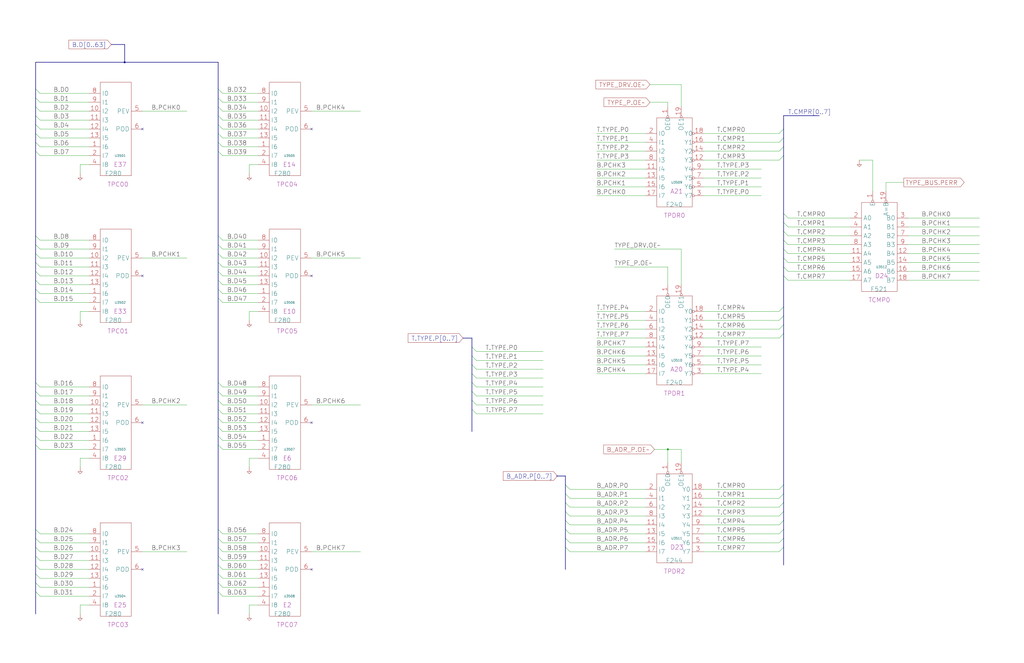
<source format=kicad_sch>
(kicad_sch (version 20250114) (generator "eeschema") (generator_version "9.0")
  (paper "User" 584.2 378.46)
  (title_block (title "TYPE DRIVERS AND RECEIVERS\\nPARITY") (date "15-MAR-90") (rev "1.0") (comment 1 "TYPE") (comment 2 "232-003062") (comment 3 "S400") (comment 4 "RELEASED"))
  (lib_symbols
    (symbol "r1000:F240" (pin_names (offset 1.016))
      (property "Reference" "U" (at 2.54 5.08 0))
      (property "Value" "F240" (at -3.81 -7.62 0))
      (property "Location" "___" (at -1.27 0 0))
      (property "Name" "______" (at 1.27 -15.24 0))
      (symbol "F240_1_1"
        (rectangle (start -8.89 41.91) (end 11.43 -8.89))
        (circle (center -2.54 42.545) (radius 0.635))
        (circle (center 5.08 42.545) (radius 0.635))
        (circle (center 12.065 33.02) (radius 0.635))
        (circle (center 12.065 27.94) (radius 0.635))
        (circle (center 12.065 22.86) (radius 0.635))
        (circle (center 12.065 17.78) (radius 0.635))
        (circle (center 12.065 12.7) (radius 0.635))
        (circle (center 12.065 7.62) (radius 0.635))
        (circle (center 12.065 2.54) (radius 0.635))
        (circle (center 12.065 -2.54) (radius 0.635))
        (pin input line (at -15.24 33.02 0) (length 6.35) (name "I0") (number "2"))
        (pin input line (at -15.24 27.94 0) (length 6.35) (name "I1") (number "4"))
        (pin input line (at -15.24 22.86 0) (length 6.35) (name "I2") (number "6"))
        (pin input line (at -15.24 17.78 0) (length 6.35) (name "I3") (number "8"))
        (pin input line (at -15.24 12.7 0) (length 6.35) (name "I4") (number "11"))
        (pin input line (at -15.24 7.62 0) (length 6.35) (name "I5") (number "13"))
        (pin input line (at -15.24 2.54 0) (length 6.35) (name "I6") (number "15"))
        (pin input line (at -15.24 -2.54 0) (length 6.35) (name "I7") (number "17"))
        (pin input line (at -2.54 48.26 270) (length 5.08) (name "OE0") (number "1"))
        (pin input line (at 5.08 48.26 270) (length 5.08) (name "OE1") (number "19"))
        (pin tri_state line (at 17.78 33.02 180) (length 5.08) (name "Y0") (number "18"))
        (pin tri_state line (at 17.78 27.94 180) (length 5.08) (name "Y1") (number "16"))
        (pin tri_state line (at 17.78 22.86 180) (length 5.08) (name "Y2") (number "14"))
        (pin tri_state line (at 17.78 17.78 180) (length 5.08) (name "Y3") (number "12"))
        (pin tri_state line (at 17.78 12.7 180) (length 5.08) (name "Y4") (number "9"))
        (pin tri_state line (at 17.78 7.62 180) (length 5.08) (name "Y5") (number "7"))
        (pin tri_state line (at 17.78 2.54 180) (length 5.08) (name "Y6") (number "5"))
        (pin tri_state line (at 17.78 -2.54 180) (length 5.08) (name "Y7") (number "3"))
      )
    )
    (symbol "r1000:F244" (pin_names (offset 1.016))
      (property "Reference" "U" (at 2.54 5.08 0))
      (property "Value" "F244" (at -3.81 -7.62 0))
      (property "Location" "___" (at -1.27 0 0))
      (property "Name" "______" (at 1.27 -15.24 0))
      (symbol "F244_1_1"
        (rectangle (start -8.89 41.91) (end 11.43 -8.89))
        (circle (center -2.54 42.545) (radius 0.635))
        (circle (center 5.08 42.545) (radius 0.635))
        (pin input line (at -15.24 33.02 0) (length 6.35) (name "I0") (number "2"))
        (pin input line (at -15.24 27.94 0) (length 6.35) (name "I1") (number "4"))
        (pin input line (at -15.24 22.86 0) (length 6.35) (name "I2") (number "6"))
        (pin input line (at -15.24 17.78 0) (length 6.35) (name "I3") (number "8"))
        (pin input line (at -15.24 12.7 0) (length 6.35) (name "I4") (number "11"))
        (pin input line (at -15.24 7.62 0) (length 6.35) (name "I5") (number "13"))
        (pin input line (at -15.24 2.54 0) (length 6.35) (name "I6") (number "15"))
        (pin input line (at -15.24 -2.54 0) (length 6.35) (name "I7") (number "17"))
        (pin input line (at -2.54 48.26 270) (length 5.08) (name "OE0") (number "1"))
        (pin input line (at 5.08 48.26 270) (length 5.08) (name "OE1") (number "19"))
        (pin tri_state line (at 17.78 33.02 180) (length 6.35) (name "Y0") (number "18"))
        (pin tri_state line (at 17.78 27.94 180) (length 6.35) (name "Y1") (number "16"))
        (pin tri_state line (at 17.78 22.86 180) (length 6.35) (name "Y2") (number "14"))
        (pin tri_state line (at 17.78 17.78 180) (length 6.35) (name "Y3") (number "12"))
        (pin tri_state line (at 17.78 12.7 180) (length 6.35) (name "Y4") (number "9"))
        (pin tri_state line (at 17.78 7.62 180) (length 6.35) (name "Y5") (number "7"))
        (pin tri_state line (at 17.78 2.54 180) (length 6.35) (name "Y6") (number "5"))
        (pin tri_state line (at 17.78 -2.54 180) (length 6.35) (name "Y7") (number "3"))
      )
    )
    (symbol "r1000:F280" (pin_names (offset 1.016))
      (property "Reference" "U" (at 2.54 5.08 0))
      (property "Value" "F280" (at -6.35 -5.08 0))
      (property "Location" "___" (at -1.27 0 0))
      (property "Name" "______" (at 1.27 -12.7 0))
      (symbol "F280_1_1"
        (rectangle (start -8.89 46.99) (end 8.89 -6.35))
        (pin input line (at -15.24 40.64 0) (length 6.35) (name "I0") (number "8"))
        (pin input line (at -15.24 35.56 0) (length 6.35) (name "I1") (number "9"))
        (pin input line (at -15.24 30.48 0) (length 6.35) (name "I2") (number "10"))
        (pin input line (at -15.24 25.4 0) (length 6.35) (name "I3") (number "11"))
        (pin input line (at -15.24 20.32 0) (length 6.35) (name "I4") (number "12"))
        (pin input line (at -15.24 15.24 0) (length 6.35) (name "I5") (number "13"))
        (pin input line (at -15.24 10.16 0) (length 6.35) (name "I6") (number "1"))
        (pin input line (at -15.24 5.08 0) (length 6.35) (name "I7") (number "2"))
        (pin input line (at -15.24 0 0) (length 6.35) (name "I8") (number "4"))
        (pin output line (at 15.24 30.48 180) (length 6.35) (name "PEV") (number "5"))
        (pin output line (at 15.24 20.32 180) (length 6.35) (name "POD") (number "6"))
      )
    )
    (symbol "r1000:F521" (pin_names (offset 1.016))
      (property "Reference" "U" (at 2.54 5.08 0))
      (property "Value" "F521" (at -3.81 -7.62 0))
      (property "Location" "___" (at -1.27 0 0))
      (property "Name" "______" (at 1.27 -15.24 0))
      (symbol "F521_1_1"
        (rectangle (start -8.89 41.91) (end 11.43 -8.89))
        (circle (center -2.54 42.545) (radius 0.635))
        (circle (center 5.08 42.545) (radius 0.635))
        (pin input line (at -15.24 33.02 0) (length 6.35) (name "A0") (number "2"))
        (pin input line (at -15.24 27.94 0) (length 6.35) (name "A1") (number "4"))
        (pin input line (at -15.24 22.86 0) (length 6.35) (name "A2") (number "6"))
        (pin input line (at -15.24 17.78 0) (length 6.35) (name "A3") (number "8"))
        (pin input line (at -15.24 12.7 0) (length 6.35) (name "A4") (number "11"))
        (pin input line (at -15.24 7.62 0) (length 6.35) (name "A5") (number "13"))
        (pin input line (at -15.24 2.54 0) (length 6.35) (name "A6") (number "15"))
        (pin input line (at -15.24 -2.54 0) (length 6.35) (name "A7") (number "17"))
        (pin input line (at -2.54 48.26 270) (length 5.08) (name "E") (number "1"))
        (pin output line (at 5.08 48.26 270) (length 5.08) (name "A=B") (number "19"))
        (pin input line (at 17.78 33.02 180) (length 6.35) (name "B0") (number "3"))
        (pin input line (at 17.78 27.94 180) (length 6.35) (name "B1") (number "5"))
        (pin input line (at 17.78 22.86 180) (length 6.35) (name "B2") (number "7"))
        (pin input line (at 17.78 17.78 180) (length 6.35) (name "B3") (number "9"))
        (pin input line (at 17.78 12.7 180) (length 6.35) (name "B4") (number "12"))
        (pin input line (at 17.78 7.62 180) (length 6.35) (name "B5") (number "14"))
        (pin input line (at 17.78 2.54 180) (length 6.35) (name "B6") (number "16"))
        (pin input line (at 17.78 -2.54 180) (length 6.35) (name "B7") (number "18"))
      )
    )
    (symbol "r1000:PD" (power) (pin_numbers (hide yes)) (pin_names (hide yes)) (in_bom no)
      (symbol "PD_0_1"
        (polyline (pts (xy 0 -2.54) (xy 1.27 -2.54) (xy 0 -3.81) (xy -1.27 -2.54) (xy 0 -2.54)) (stroke (width 0.1524)))
      )
      (symbol "PD_1_1"
        (pin power_in line (at 0 0 270) (length 2.54) (name "PD") (number "1"))
      )
    )
  )
  (junction (at 381 256.54))
  (junction (at 71.12 35.56))
  (no_connect (at 81.28 325.12))
  (no_connect (at 81.28 241.3))
  (no_connect (at 177.8 325.12))
  (no_connect (at 81.28 157.48))
  (no_connect (at 177.8 241.3))
  (no_connect (at 177.8 73.66))
  (no_connect (at 81.28 73.66))
  (no_connect (at 177.8 157.48))
  (bus_entry (at 447.04 281.94) (size -2.54 2.54))
  (bus_entry (at 20.32 50.8) (size 2.54 2.54))
  (bus_entry (at 20.32 233.68) (size 2.54 2.54))
  (bus_entry (at 124.46 81.28) (size 2.54 2.54))
  (bus_entry (at 447.04 88.9) (size -2.54 2.54))
  (bus_entry (at 447.04 180.34) (size -2.54 2.54))
  (bus_entry (at 447.04 175.26) (size -2.54 2.54))
  (bus_entry (at 20.32 223.52) (size 2.54 2.54))
  (bus_entry (at 269.24 223.52) (size 2.54 2.54))
  (bus_entry (at 124.46 312.42) (size 2.54 2.54))
  (bus_entry (at 447.04 297.18) (size -2.54 2.54))
  (bus_entry (at 269.24 198.12) (size 2.54 2.54))
  (bus_entry (at 20.32 243.84) (size 2.54 2.54))
  (bus_entry (at 124.46 160.02) (size 2.54 2.54))
  (bus_entry (at 124.46 248.92) (size 2.54 2.54))
  (bus_entry (at 322.58 292.1) (size 2.54 2.54))
  (bus_entry (at 124.46 170.18) (size 2.54 2.54))
  (bus_entry (at 20.32 254) (size 2.54 2.54))
  (bus_entry (at 20.32 81.28) (size 2.54 2.54))
  (bus_entry (at 20.32 248.92) (size 2.54 2.54))
  (bus_entry (at 20.32 238.76) (size 2.54 2.54))
  (bus_entry (at 20.32 134.62) (size 2.54 2.54))
  (bus_entry (at 124.46 327.66) (size 2.54 2.54))
  (bus_entry (at 447.04 190.5) (size -2.54 2.54))
  (bus_entry (at 447.04 137.16) (size 2.54 2.54))
  (bus_entry (at 20.32 337.82) (size 2.54 2.54))
  (bus_entry (at 124.46 139.7) (size 2.54 2.54))
  (bus_entry (at 322.58 312.42) (size 2.54 2.54))
  (bus_entry (at 20.32 170.18) (size 2.54 2.54))
  (bus_entry (at 124.46 243.84) (size 2.54 2.54))
  (bus_entry (at 124.46 218.44) (size 2.54 2.54))
  (bus_entry (at 20.32 149.86) (size 2.54 2.54))
  (bus_entry (at 20.32 327.66) (size 2.54 2.54))
  (bus_entry (at 447.04 127) (size 2.54 2.54))
  (bus_entry (at 447.04 73.66) (size -2.54 2.54))
  (bus_entry (at 124.46 322.58) (size 2.54 2.54))
  (bus_entry (at 322.58 307.34) (size 2.54 2.54))
  (bus_entry (at 20.32 302.26) (size 2.54 2.54))
  (bus_entry (at 447.04 312.42) (size -2.54 2.54))
  (bus_entry (at 124.46 317.5) (size 2.54 2.54))
  (bus_entry (at 20.32 228.6) (size 2.54 2.54))
  (bus_entry (at 20.32 144.78) (size 2.54 2.54))
  (bus_entry (at 447.04 185.42) (size -2.54 2.54))
  (bus_entry (at 269.24 218.44) (size 2.54 2.54))
  (bus_entry (at 20.32 154.94) (size 2.54 2.54))
  (bus_entry (at 124.46 66.04) (size 2.54 2.54))
  (bus_entry (at 447.04 142.24) (size 2.54 2.54))
  (bus_entry (at 269.24 233.68) (size 2.54 2.54))
  (bus_entry (at 322.58 281.94) (size 2.54 2.54))
  (bus_entry (at 269.24 203.2) (size 2.54 2.54))
  (bus_entry (at 124.46 223.52) (size 2.54 2.54))
  (bus_entry (at 124.46 50.8) (size 2.54 2.54))
  (bus_entry (at 20.32 312.42) (size 2.54 2.54))
  (bus_entry (at 20.32 86.36) (size 2.54 2.54))
  (bus_entry (at 447.04 287.02) (size -2.54 2.54))
  (bus_entry (at 124.46 337.82) (size 2.54 2.54))
  (bus_entry (at 124.46 165.1) (size 2.54 2.54))
  (bus_entry (at 322.58 302.26) (size 2.54 2.54))
  (bus_entry (at 447.04 276.86) (size -2.54 2.54))
  (bus_entry (at 447.04 132.08) (size 2.54 2.54))
  (bus_entry (at 20.32 76.2) (size 2.54 2.54))
  (bus_entry (at 20.32 71.12) (size 2.54 2.54))
  (bus_entry (at 447.04 307.34) (size -2.54 2.54))
  (bus_entry (at 20.32 307.34) (size 2.54 2.54))
  (bus_entry (at 20.32 322.58) (size 2.54 2.54))
  (bus_entry (at 124.46 86.36) (size 2.54 2.54))
  (bus_entry (at 124.46 228.6) (size 2.54 2.54))
  (bus_entry (at 269.24 208.28) (size 2.54 2.54))
  (bus_entry (at 124.46 233.68) (size 2.54 2.54))
  (bus_entry (at 20.32 160.02) (size 2.54 2.54))
  (bus_entry (at 447.04 152.4) (size 2.54 2.54))
  (bus_entry (at 20.32 66.04) (size 2.54 2.54))
  (bus_entry (at 447.04 121.92) (size 2.54 2.54))
  (bus_entry (at 322.58 287.02) (size 2.54 2.54))
  (bus_entry (at 447.04 302.26) (size -2.54 2.54))
  (bus_entry (at 124.46 71.12) (size 2.54 2.54))
  (bus_entry (at 20.32 139.7) (size 2.54 2.54))
  (bus_entry (at 447.04 157.48) (size 2.54 2.54))
  (bus_entry (at 447.04 292.1) (size -2.54 2.54))
  (bus_entry (at 269.24 228.6) (size 2.54 2.54))
  (bus_entry (at 322.58 297.18) (size 2.54 2.54))
  (bus_entry (at 20.32 55.88) (size 2.54 2.54))
  (bus_entry (at 124.46 302.26) (size 2.54 2.54))
  (bus_entry (at 20.32 332.74) (size 2.54 2.54))
  (bus_entry (at 20.32 60.96) (size 2.54 2.54))
  (bus_entry (at 20.32 218.44) (size 2.54 2.54))
  (bus_entry (at 322.58 276.86) (size 2.54 2.54))
  (bus_entry (at 20.32 165.1) (size 2.54 2.54))
  (bus_entry (at 124.46 134.62) (size 2.54 2.54))
  (bus_entry (at 124.46 55.88) (size 2.54 2.54))
  (bus_entry (at 447.04 78.74) (size -2.54 2.54))
  (bus_entry (at 447.04 147.32) (size 2.54 2.54))
  (bus_entry (at 124.46 307.34) (size 2.54 2.54))
  (bus_entry (at 124.46 76.2) (size 2.54 2.54))
  (bus_entry (at 124.46 149.86) (size 2.54 2.54))
  (bus_entry (at 269.24 213.36) (size 2.54 2.54))
  (bus_entry (at 124.46 144.78) (size 2.54 2.54))
  (bus_entry (at 124.46 254) (size 2.54 2.54))
  (bus_entry (at 124.46 60.96) (size 2.54 2.54))
  (bus_entry (at 20.32 317.5) (size 2.54 2.54))
  (bus_entry (at 447.04 83.82) (size -2.54 2.54))
  (bus_entry (at 124.46 238.76) (size 2.54 2.54))
  (bus_entry (at 124.46 154.94) (size 2.54 2.54))
  (bus_entry (at 124.46 332.74) (size 2.54 2.54))
  (wire (pts (xy 340.36 96.52) (xy 368.3 96.52)))
  (bus (pts (xy 322.58 312.42) (xy 322.58 325.12)))
  (wire (pts (xy 340.36 182.88) (xy 368.3 182.88)))
  (wire (pts (xy 401.32 86.36) (xy 444.5 86.36)))
  (wire (pts (xy 22.86 78.74) (xy 50.8 78.74)))
  (bus (pts (xy 20.32 337.82) (xy 20.32 350.52)))
  (wire (pts (xy 22.86 137.16) (xy 50.8 137.16)))
  (wire (pts (xy 401.32 101.6) (xy 434.34 101.6)))
  (bus (pts (xy 20.32 302.26) (xy 20.32 307.34)))
  (wire (pts (xy 401.32 76.2) (xy 444.5 76.2)))
  (wire (pts (xy 381 162.56) (xy 381 152.4)))
  (bus (pts (xy 447.04 88.9) (xy 447.04 121.92)))
  (wire (pts (xy 401.32 284.48) (xy 444.5 284.48)))
  (wire (pts (xy 449.58 154.94) (xy 485.14 154.94)))
  (wire (pts (xy 325.12 299.72) (xy 368.3 299.72)))
  (bus (pts (xy 269.24 203.2) (xy 269.24 208.28)))
  (bus (pts (xy 124.46 160.02) (xy 124.46 165.1)))
  (bus (pts (xy 447.04 312.42) (xy 447.04 322.58)))
  (wire (pts (xy 271.78 220.98) (xy 309.88 220.98)))
  (bus (pts (xy 269.24 228.6) (xy 269.24 233.68)))
  (wire (pts (xy 370.84 58.42) (xy 381 58.42)))
  (bus (pts (xy 124.46 233.68) (xy 124.46 238.76)))
  (wire (pts (xy 401.32 177.8) (xy 444.5 177.8)))
  (wire (pts (xy 505.46 109.22) (xy 505.46 104.14)))
  (wire (pts (xy 127 246.38) (xy 147.32 246.38)))
  (wire (pts (xy 22.86 152.4) (xy 50.8 152.4)))
  (wire (pts (xy 127 88.9) (xy 147.32 88.9)))
  (wire (pts (xy 147.32 93.98) (xy 142.24 93.98)))
  (wire (pts (xy 449.58 134.62) (xy 485.14 134.62)))
  (bus (pts (xy 20.32 81.28) (xy 20.32 86.36)))
  (bus (pts (xy 447.04 78.74) (xy 447.04 83.82)))
  (wire (pts (xy 142.24 261.62) (xy 142.24 266.7)))
  (bus (pts (xy 20.32 154.94) (xy 20.32 160.02)))
  (wire (pts (xy 401.32 213.36) (xy 434.34 213.36)))
  (bus (pts (xy 124.46 35.56) (xy 124.46 50.8)))
  (bus (pts (xy 20.32 223.52) (xy 20.32 228.6)))
  (bus (pts (xy 20.32 254) (xy 20.32 302.26)))
  (bus (pts (xy 124.46 66.04) (xy 124.46 71.12)))
  (wire (pts (xy 325.12 314.96) (xy 368.3 314.96)))
  (wire (pts (xy 449.58 129.54) (xy 485.14 129.54)))
  (wire (pts (xy 518.16 129.54) (xy 558.8 129.54)))
  (wire (pts (xy 401.32 106.68) (xy 434.34 106.68)))
  (bus (pts (xy 124.46 149.86) (xy 124.46 154.94)))
  (wire (pts (xy 271.78 205.74) (xy 309.88 205.74)))
  (bus (pts (xy 124.46 170.18) (xy 124.46 218.44)))
  (bus (pts (xy 447.04 127) (xy 447.04 132.08)))
  (wire (pts (xy 388.62 256.54) (xy 381 256.54)))
  (wire (pts (xy 127 58.42) (xy 147.32 58.42)))
  (bus (pts (xy 124.46 327.66) (xy 124.46 332.74)))
  (bus (pts (xy 20.32 35.56) (xy 71.12 35.56)))
  (bus (pts (xy 447.04 83.82) (xy 447.04 88.9)))
  (wire (pts (xy 401.32 203.2) (xy 434.34 203.2)))
  (bus (pts (xy 447.04 132.08) (xy 447.04 137.16)))
  (wire (pts (xy 127 335.28) (xy 147.32 335.28)))
  (wire (pts (xy 22.86 53.34) (xy 50.8 53.34)))
  (wire (pts (xy 271.78 231.14) (xy 309.88 231.14)))
  (wire (pts (xy 177.8 231.14) (xy 205.74 231.14)))
  (bus (pts (xy 20.32 332.74) (xy 20.32 337.82)))
  (wire (pts (xy 127 241.3) (xy 147.32 241.3)))
  (wire (pts (xy 22.86 314.96) (xy 50.8 314.96)))
  (wire (pts (xy 22.86 68.58) (xy 50.8 68.58)))
  (wire (pts (xy 50.8 177.8) (xy 45.72 177.8)))
  (wire (pts (xy 177.8 314.96) (xy 205.74 314.96)))
  (wire (pts (xy 22.86 88.9) (xy 50.8 88.9)))
  (wire (pts (xy 22.86 236.22) (xy 50.8 236.22)))
  (wire (pts (xy 22.86 220.98) (xy 50.8 220.98)))
  (wire (pts (xy 325.12 289.56) (xy 368.3 289.56)))
  (wire (pts (xy 127 330.2) (xy 147.32 330.2)))
  (bus (pts (xy 20.32 312.42) (xy 20.32 317.5)))
  (wire (pts (xy 127 251.46) (xy 147.32 251.46)))
  (bus (pts (xy 124.46 81.28) (xy 124.46 86.36)))
  (wire (pts (xy 22.86 167.64) (xy 50.8 167.64)))
  (bus (pts (xy 269.24 223.52) (xy 269.24 228.6)))
  (wire (pts (xy 388.62 142.24) (xy 350.52 142.24)))
  (wire (pts (xy 401.32 309.88) (xy 444.5 309.88)))
  (bus (pts (xy 447.04 137.16) (xy 447.04 142.24)))
  (bus (pts (xy 322.58 276.86) (xy 322.58 281.94)))
  (wire (pts (xy 22.86 226.06) (xy 50.8 226.06)))
  (bus (pts (xy 317.5 271.78) (xy 322.58 271.78)))
  (bus (pts (xy 124.46 243.84) (xy 124.46 248.92)))
  (bus (pts (xy 124.46 134.62) (xy 124.46 139.7)))
  (wire (pts (xy 22.86 256.54) (xy 50.8 256.54)))
  (wire (pts (xy 518.16 154.94) (xy 558.8 154.94)))
  (wire (pts (xy 45.72 261.62) (xy 45.72 266.7)))
  (wire (pts (xy 518.16 149.86) (xy 558.8 149.86)))
  (bus (pts (xy 269.24 213.36) (xy 269.24 218.44)))
  (wire (pts (xy 142.24 93.98) (xy 142.24 99.06)))
  (bus (pts (xy 20.32 35.56) (xy 20.32 50.8)))
  (wire (pts (xy 22.86 157.48) (xy 50.8 157.48)))
  (bus (pts (xy 20.32 233.68) (xy 20.32 238.76)))
  (wire (pts (xy 22.86 304.8) (xy 50.8 304.8)))
  (wire (pts (xy 127 340.36) (xy 147.32 340.36)))
  (wire (pts (xy 325.12 284.48) (xy 368.3 284.48)))
  (wire (pts (xy 50.8 93.98) (xy 45.72 93.98)))
  (bus (pts (xy 124.46 60.96) (xy 124.46 66.04)))
  (wire (pts (xy 449.58 149.86) (xy 485.14 149.86)))
  (wire (pts (xy 45.72 93.98) (xy 45.72 99.06)))
  (bus (pts (xy 269.24 218.44) (xy 269.24 223.52)))
  (wire (pts (xy 22.86 325.12) (xy 50.8 325.12)))
  (wire (pts (xy 340.36 187.96) (xy 368.3 187.96)))
  (bus (pts (xy 124.46 86.36) (xy 124.46 134.62)))
  (wire (pts (xy 22.86 340.36) (xy 50.8 340.36)))
  (wire (pts (xy 340.36 111.76) (xy 368.3 111.76)))
  (wire (pts (xy 22.86 142.24) (xy 50.8 142.24)))
  (wire (pts (xy 127 152.4) (xy 147.32 152.4)))
  (bus (pts (xy 124.46 144.78) (xy 124.46 149.86)))
  (bus (pts (xy 20.32 238.76) (xy 20.32 243.84)))
  (bus (pts (xy 447.04 175.26) (xy 447.04 180.34)))
  (wire (pts (xy 22.86 241.3) (xy 50.8 241.3)))
  (wire (pts (xy 381 256.54) (xy 373.38 256.54)))
  (wire (pts (xy 388.62 162.56) (xy 388.62 142.24)))
  (wire (pts (xy 81.28 314.96) (xy 106.68 314.96)))
  (bus (pts (xy 71.12 25.4) (xy 71.12 35.56)))
  (bus (pts (xy 124.46 76.2) (xy 124.46 81.28)))
  (bus (pts (xy 322.58 287.02) (xy 322.58 292.1)))
  (bus (pts (xy 20.32 139.7) (xy 20.32 144.78)))
  (wire (pts (xy 81.28 231.14) (xy 106.68 231.14)))
  (wire (pts (xy 50.8 261.62) (xy 45.72 261.62)))
  (wire (pts (xy 340.36 91.44) (xy 368.3 91.44)))
  (wire (pts (xy 127 220.98) (xy 147.32 220.98)))
  (bus (pts (xy 447.04 185.42) (xy 447.04 190.5)))
  (wire (pts (xy 401.32 91.44) (xy 444.5 91.44)))
  (wire (pts (xy 381 60.96) (xy 381 58.42)))
  (bus (pts (xy 447.04 276.86) (xy 447.04 281.94)))
  (wire (pts (xy 127 63.5) (xy 147.32 63.5)))
  (wire (pts (xy 22.86 309.88) (xy 50.8 309.88)))
  (bus (pts (xy 124.46 55.88) (xy 124.46 60.96)))
  (wire (pts (xy 401.32 208.28) (xy 434.34 208.28)))
  (bus (pts (xy 124.46 317.5) (xy 124.46 322.58)))
  (wire (pts (xy 449.58 160.02) (xy 485.14 160.02)))
  (bus (pts (xy 63.5 25.4) (xy 71.12 25.4)))
  (wire (pts (xy 340.36 76.2) (xy 368.3 76.2)))
  (wire (pts (xy 325.12 294.64) (xy 368.3 294.64)))
  (wire (pts (xy 22.86 147.32) (xy 50.8 147.32)))
  (bus (pts (xy 447.04 152.4) (xy 447.04 157.48)))
  (bus (pts (xy 124.46 154.94) (xy 124.46 160.02)))
  (wire (pts (xy 401.32 187.96) (xy 444.5 187.96)))
  (bus (pts (xy 124.46 218.44) (xy 124.46 223.52)))
  (wire (pts (xy 127 142.24) (xy 147.32 142.24)))
  (wire (pts (xy 340.36 101.6) (xy 368.3 101.6)))
  (wire (pts (xy 127 162.56) (xy 147.32 162.56)))
  (wire (pts (xy 271.78 226.06) (xy 309.88 226.06)))
  (bus (pts (xy 124.46 165.1) (xy 124.46 170.18)))
  (bus (pts (xy 447.04 142.24) (xy 447.04 147.32)))
  (wire (pts (xy 271.78 215.9) (xy 309.88 215.9)))
  (wire (pts (xy 127 147.32) (xy 147.32 147.32)))
  (bus (pts (xy 269.24 233.68) (xy 269.24 246.38)))
  (wire (pts (xy 401.32 193.04) (xy 444.5 193.04)))
  (bus (pts (xy 447.04 66.04) (xy 447.04 73.66)))
  (wire (pts (xy 325.12 309.88) (xy 368.3 309.88)))
  (wire (pts (xy 127 325.12) (xy 147.32 325.12)))
  (wire (pts (xy 142.24 177.8) (xy 142.24 182.88)))
  (bus (pts (xy 124.46 322.58) (xy 124.46 327.66)))
  (bus (pts (xy 71.12 35.56) (xy 124.46 35.56)))
  (wire (pts (xy 401.32 304.8) (xy 444.5 304.8)))
  (wire (pts (xy 22.86 320.04) (xy 50.8 320.04)))
  (bus (pts (xy 322.58 271.78) (xy 322.58 276.86)))
  (wire (pts (xy 340.36 198.12) (xy 368.3 198.12)))
  (wire (pts (xy 127 236.22) (xy 147.32 236.22)))
  (bus (pts (xy 124.46 337.82) (xy 124.46 350.52)))
  (wire (pts (xy 271.78 236.22) (xy 309.88 236.22)))
  (bus (pts (xy 447.04 302.26) (xy 447.04 307.34)))
  (bus (pts (xy 447.04 287.02) (xy 447.04 292.1)))
  (bus (pts (xy 20.32 248.92) (xy 20.32 254)))
  (bus (pts (xy 20.32 165.1) (xy 20.32 170.18)))
  (bus (pts (xy 124.46 238.76) (xy 124.46 243.84)))
  (wire (pts (xy 22.86 335.28) (xy 50.8 335.28)))
  (wire (pts (xy 22.86 231.14) (xy 50.8 231.14)))
  (wire (pts (xy 22.86 63.5) (xy 50.8 63.5)))
  (wire (pts (xy 127 256.54) (xy 147.32 256.54)))
  (wire (pts (xy 401.32 314.96) (xy 444.5 314.96)))
  (wire (pts (xy 45.72 345.44) (xy 45.72 350.52)))
  (bus (pts (xy 269.24 198.12) (xy 269.24 203.2)))
  (bus (pts (xy 322.58 302.26) (xy 322.58 307.34)))
  (wire (pts (xy 127 172.72) (xy 147.32 172.72)))
  (wire (pts (xy 340.36 177.8) (xy 368.3 177.8)))
  (bus (pts (xy 124.46 254) (xy 124.46 302.26)))
  (bus (pts (xy 124.46 223.52) (xy 124.46 228.6)))
  (bus (pts (xy 269.24 208.28) (xy 269.24 213.36)))
  (wire (pts (xy 127 53.34) (xy 147.32 53.34)))
  (bus (pts (xy 124.46 139.7) (xy 124.46 144.78)))
  (wire (pts (xy 127 83.82) (xy 147.32 83.82)))
  (bus (pts (xy 20.32 76.2) (xy 20.32 81.28)))
  (bus (pts (xy 20.32 86.36) (xy 20.32 134.62)))
  (wire (pts (xy 22.86 330.2) (xy 50.8 330.2)))
  (wire (pts (xy 340.36 86.36) (xy 368.3 86.36)))
  (wire (pts (xy 22.86 172.72) (xy 50.8 172.72)))
  (wire (pts (xy 340.36 208.28) (xy 368.3 208.28)))
  (wire (pts (xy 81.28 147.32) (xy 106.68 147.32)))
  (wire (pts (xy 518.16 134.62) (xy 558.8 134.62)))
  (wire (pts (xy 127 231.14) (xy 147.32 231.14)))
  (bus (pts (xy 447.04 297.18) (xy 447.04 302.26)))
  (bus (pts (xy 447.04 73.66) (xy 447.04 78.74)))
  (wire (pts (xy 388.62 264.16) (xy 388.62 256.54)))
  (wire (pts (xy 127 320.04) (xy 147.32 320.04)))
  (bus (pts (xy 322.58 297.18) (xy 322.58 302.26)))
  (bus (pts (xy 447.04 66.04) (xy 467.36 66.04)))
  (wire (pts (xy 449.58 144.78) (xy 485.14 144.78)))
  (bus (pts (xy 20.32 228.6) (xy 20.32 233.68)))
  (bus (pts (xy 20.32 322.58) (xy 20.32 327.66)))
  (wire (pts (xy 271.78 200.66) (xy 309.88 200.66)))
  (wire (pts (xy 127 157.48) (xy 147.32 157.48)))
  (wire (pts (xy 518.16 160.02) (xy 558.8 160.02)))
  (wire (pts (xy 22.86 83.82) (xy 50.8 83.82)))
  (bus (pts (xy 20.32 134.62) (xy 20.32 139.7)))
  (wire (pts (xy 340.36 106.68) (xy 368.3 106.68)))
  (bus (pts (xy 447.04 121.92) (xy 447.04 127)))
  (wire (pts (xy 401.32 299.72) (xy 444.5 299.72)))
  (wire (pts (xy 340.36 193.04) (xy 368.3 193.04)))
  (bus (pts (xy 447.04 190.5) (xy 447.04 276.86)))
  (bus (pts (xy 20.32 149.86) (xy 20.32 154.94)))
  (bus (pts (xy 20.32 50.8) (xy 20.32 55.88)))
  (wire (pts (xy 325.12 279.4) (xy 368.3 279.4)))
  (wire (pts (xy 127 137.16) (xy 147.32 137.16)))
  (wire (pts (xy 497.84 109.22) (xy 497.84 91.44)))
  (wire (pts (xy 401.32 81.28) (xy 444.5 81.28)))
  (wire (pts (xy 177.8 147.32) (xy 205.74 147.32)))
  (wire (pts (xy 127 314.96) (xy 147.32 314.96)))
  (bus (pts (xy 124.46 228.6) (xy 124.46 233.68)))
  (bus (pts (xy 124.46 312.42) (xy 124.46 317.5)))
  (wire (pts (xy 401.32 198.12) (xy 434.34 198.12)))
  (bus (pts (xy 20.32 243.84) (xy 20.32 248.92)))
  (wire (pts (xy 45.72 177.8) (xy 45.72 182.88)))
  (wire (pts (xy 370.84 48.26) (xy 388.62 48.26)))
  (bus (pts (xy 124.46 332.74) (xy 124.46 337.82)))
  (bus (pts (xy 20.32 71.12) (xy 20.32 76.2)))
  (wire (pts (xy 142.24 345.44) (xy 142.24 350.52)))
  (bus (pts (xy 269.24 193.04) (xy 269.24 198.12)))
  (bus (pts (xy 124.46 248.92) (xy 124.46 254)))
  (bus (pts (xy 20.32 307.34) (xy 20.32 312.42)))
  (wire (pts (xy 127 73.66) (xy 147.32 73.66)))
  (bus (pts (xy 124.46 307.34) (xy 124.46 312.42)))
  (wire (pts (xy 271.78 210.82) (xy 309.88 210.82)))
  (wire (pts (xy 518.16 139.7) (xy 558.8 139.7)))
  (wire (pts (xy 340.36 81.28) (xy 368.3 81.28)))
  (wire (pts (xy 22.86 251.46) (xy 50.8 251.46)))
  (wire (pts (xy 22.86 58.42) (xy 50.8 58.42)))
  (wire (pts (xy 518.16 124.46) (xy 558.8 124.46)))
  (wire (pts (xy 518.16 144.78) (xy 558.8 144.78)))
  (wire (pts (xy 401.32 182.88) (xy 444.5 182.88)))
  (bus (pts (xy 124.46 50.8) (xy 124.46 55.88)))
  (wire (pts (xy 388.62 60.96) (xy 388.62 48.26)))
  (bus (pts (xy 322.58 292.1) (xy 322.58 297.18)))
  (wire (pts (xy 22.86 73.66) (xy 50.8 73.66)))
  (wire (pts (xy 325.12 304.8) (xy 368.3 304.8)))
  (wire (pts (xy 127 78.74) (xy 147.32 78.74)))
  (wire (pts (xy 147.32 261.62) (xy 142.24 261.62)))
  (bus (pts (xy 447.04 281.94) (xy 447.04 287.02)))
  (bus (pts (xy 20.32 55.88) (xy 20.32 60.96)))
  (wire (pts (xy 147.32 345.44) (xy 142.24 345.44)))
  (wire (pts (xy 381 264.16) (xy 381 256.54)))
  (wire (pts (xy 177.8 63.5) (xy 205.74 63.5)))
  (wire (pts (xy 449.58 124.46) (xy 485.14 124.46)))
  (wire (pts (xy 401.32 289.56) (xy 444.5 289.56)))
  (bus (pts (xy 20.32 160.02) (xy 20.32 165.1)))
  (wire (pts (xy 340.36 203.2) (xy 368.3 203.2)))
  (bus (pts (xy 20.32 66.04) (xy 20.32 71.12)))
  (wire (pts (xy 50.8 345.44) (xy 45.72 345.44)))
  (wire (pts (xy 401.32 279.4) (xy 444.5 279.4)))
  (bus (pts (xy 20.32 144.78) (xy 20.32 149.86)))
  (bus (pts (xy 447.04 180.34) (xy 447.04 185.42)))
  (wire (pts (xy 22.86 162.56) (xy 50.8 162.56)))
  (bus (pts (xy 447.04 307.34) (xy 447.04 312.42)))
  (bus (pts (xy 322.58 307.34) (xy 322.58 312.42)))
  (wire (pts (xy 401.32 111.76) (xy 434.34 111.76)))
  (bus (pts (xy 20.32 327.66) (xy 20.32 332.74)))
  (wire (pts (xy 401.32 96.52) (xy 434.34 96.52)))
  (wire (pts (xy 127 167.64) (xy 147.32 167.64)))
  (bus (pts (xy 124.46 302.26) (xy 124.46 307.34)))
  (wire (pts (xy 127 309.88) (xy 147.32 309.88)))
  (wire (pts (xy 340.36 213.36) (xy 368.3 213.36)))
  (bus (pts (xy 447.04 157.48) (xy 447.04 175.26)))
  (wire (pts (xy 497.84 91.44) (xy 490.22 91.44)))
  (bus (pts (xy 124.46 71.12) (xy 124.46 76.2)))
  (wire (pts (xy 505.46 104.14) (xy 515.62 104.14)))
  (bus (pts (xy 20.32 218.44) (xy 20.32 223.52)))
  (bus (pts (xy 20.32 170.18) (xy 20.32 218.44)))
  (wire (pts (xy 127 68.58) (xy 147.32 68.58)))
  (bus (pts (xy 20.32 317.5) (xy 20.32 322.58)))
  (wire (pts (xy 147.32 177.8) (xy 142.24 177.8)))
  (wire (pts (xy 127 226.06) (xy 147.32 226.06)))
  (bus (pts (xy 264.16 193.04) (xy 269.24 193.04)))
  (wire (pts (xy 81.28 63.5) (xy 106.68 63.5)))
  (bus (pts (xy 322.58 281.94) (xy 322.58 287.02)))
  (wire (pts (xy 381 152.4) (xy 350.52 152.4)))
  (wire (pts (xy 449.58 139.7) (xy 485.14 139.7)))
  (bus (pts (xy 447.04 147.32) (xy 447.04 152.4)))
  (wire (pts (xy 401.32 294.64) (xy 444.5 294.64)))
  (bus (pts (xy 20.32 60.96) (xy 20.32 66.04)))
  (wire (pts (xy 127 304.8) (xy 147.32 304.8)))
  (wire (pts (xy 22.86 246.38) (xy 50.8 246.38)))
  (bus (pts (xy 447.04 292.1) (xy 447.04 297.18)))
  (label "B.PCHK4" (at 340.36 213.36 0) (effects (font (size 2.54 2.54))))
  (label "T.CMPR3" (at 408.94 91.44 0) (effects (font (size 2.54 2.54))))
  (label "B.PCHK3" (at 86.36 314.96 0) (effects (font (size 2.54 2.54))))
  (label "T.CMPR0" (at 454.66 124.46 0) (effects (font (size 2.54 2.54))))
  (label "T.CMPR6" (at 454.66 154.94 0) (effects (font (size 2.54 2.54))))
  (label "T.CMPR0" (at 408.94 76.2 0) (effects (font (size 2.54 2.54))))
  (label "B_ADR.P6" (at 340.36 309.88 0) (effects (font (size 2.54 2.54))))
  (label "B.D9" (at 30.48 142.24 0) (effects (font (size 2.54 2.54))))
  (label "B.PCHK4" (at 180.34 63.5 0) (effects (font (size 2.54 2.54))))
  (label "B.D1" (at 30.48 58.42 0) (effects (font (size 2.54 2.54))))
  (label "B.D12" (at 30.48 157.48 0) (effects (font (size 2.54 2.54))))
  (label "B.D59" (at 129.54 320.04 0) (effects (font (size 2.54 2.54))))
  (label "B.D33" (at 129.54 58.42 0) (effects (font (size 2.54 2.54))))
  (label "T.CMPR4" (at 454.66 144.78 0) (effects (font (size 2.54 2.54))))
  (label "B.PCHK2" (at 525.78 134.62 0) (effects (font (size 2.54 2.54))))
  (label "B.PCHK5" (at 340.36 208.28 0) (effects (font (size 2.54 2.54))))
  (label "B.D38" (at 129.54 83.82 0) (effects (font (size 2.54 2.54))))
  (label "B.D11" (at 30.48 152.4 0) (effects (font (size 2.54 2.54))))
  (label "T.TYPE.P4" (at 276.86 220.98 0) (effects (font (size 2.54 2.54))))
  (label "T.TYPE.P0" (at 340.36 76.2 0) (effects (font (size 2.54 2.54))))
  (label "B.D29" (at 30.48 330.2 0) (effects (font (size 2.54 2.54))))
  (label "B.D34" (at 129.54 63.5 0) (effects (font (size 2.54 2.54))))
  (label "T.CMPR7" (at 408.94 314.96 0) (effects (font (size 2.54 2.54))))
  (label "T.CMPR6" (at 408.94 187.96 0) (effects (font (size 2.54 2.54))))
  (label "B.D36" (at 129.54 73.66 0) (effects (font (size 2.54 2.54))))
  (label "T.TYPE.P0" (at 408.94 111.76 0) (effects (font (size 2.54 2.54))))
  (label "B.D5" (at 30.48 78.74 0) (effects (font (size 2.54 2.54))))
  (label "B.D53" (at 129.54 246.38 0) (effects (font (size 2.54 2.54))))
  (label "B.PCHK6" (at 525.78 154.94 0) (effects (font (size 2.54 2.54))))
  (label "B.D57" (at 129.54 309.88 0) (effects (font (size 2.54 2.54))))
  (label "T.TYPE.P2" (at 340.36 86.36 0) (effects (font (size 2.54 2.54))))
  (label "B.D55" (at 129.54 256.54 0) (effects (font (size 2.54 2.54))))
  (label "B.D14" (at 30.48 167.64 0) (effects (font (size 2.54 2.54))))
  (label "B.D32" (at 129.54 53.34 0) (effects (font (size 2.54 2.54))))
  (label "B.D44" (at 129.54 157.48 0) (effects (font (size 2.54 2.54))))
  (label "T.CMPR5" (at 408.94 182.88 0) (effects (font (size 2.54 2.54))))
  (label "T.CMPR7" (at 408.94 193.04 0) (effects (font (size 2.54 2.54))))
  (label "T.CMPR3" (at 408.94 294.64 0) (effects (font (size 2.54 2.54))))
  (label "T.CMPR0" (at 408.94 279.4 0) (effects (font (size 2.54 2.54))))
  (label "T.TYPE.P7" (at 340.36 193.04 0) (effects (font (size 2.54 2.54))))
  (label "B.PCHK2" (at 340.36 101.6 0) (effects (font (size 2.54 2.54))))
  (label "T.TYPE.P6" (at 340.36 187.96 0) (effects (font (size 2.54 2.54))))
  (label "B.D4" (at 30.48 73.66 0) (effects (font (size 2.54 2.54))))
  (label "B_ADR.P4" (at 340.36 299.72 0) (effects (font (size 2.54 2.54))))
  (label "T.CMPR1" (at 454.66 129.54 0) (effects (font (size 2.54 2.54))))
  (label "T.CMPR[0..7]" (at 449.58 66.04 0) (effects (font (size 2.54 2.54))))
  (label "B.D63" (at 129.54 340.36 0) (effects (font (size 2.54 2.54))))
  (label "TYPE_DRV.OE~" (at 350.52 142.24 0) (effects (font (size 2.54 2.54))))
  (label "T.CMPR1" (at 408.94 81.28 0) (effects (font (size 2.54 2.54))))
  (label "B.PCHK5" (at 180.34 147.32 0) (effects (font (size 2.54 2.54))))
  (label "B.D40" (at 129.54 137.16 0) (effects (font (size 2.54 2.54))))
  (label "B.D45" (at 129.54 162.56 0) (effects (font (size 2.54 2.54))))
  (label "B.PCHK6" (at 340.36 203.2 0) (effects (font (size 2.54 2.54))))
  (label "B.D8" (at 30.48 137.16 0) (effects (font (size 2.54 2.54))))
  (label "B.D15" (at 30.48 172.72 0) (effects (font (size 2.54 2.54))))
  (label "T.TYPE.P6" (at 276.86 231.14 0) (effects (font (size 2.54 2.54))))
  (label "B_ADR.P1" (at 340.36 284.48 0) (effects (font (size 2.54 2.54))))
  (label "T.CMPR3" (at 454.66 139.7 0) (effects (font (size 2.54 2.54))))
  (label "T.CMPR4" (at 408.94 177.8 0) (effects (font (size 2.54 2.54))))
  (label "B.PCHK1" (at 340.36 106.68 0) (effects (font (size 2.54 2.54))))
  (label "B.PCHK7" (at 525.78 160.02 0) (effects (font (size 2.54 2.54))))
  (label "B.D0" (at 30.48 53.34 0) (effects (font (size 2.54 2.54))))
  (label "B.D30" (at 30.48 335.28 0) (effects (font (size 2.54 2.54))))
  (label "B.PCHK0" (at 340.36 111.76 0) (effects (font (size 2.54 2.54))))
  (label "B.D51" (at 129.54 236.22 0) (effects (font (size 2.54 2.54))))
  (label "B_ADR.P5" (at 340.36 304.8 0) (effects (font (size 2.54 2.54))))
  (label "T.TYPE.P4" (at 340.36 177.8 0) (effects (font (size 2.54 2.54))))
  (label "B.PCHK0" (at 86.36 63.5 0) (effects (font (size 2.54 2.54))))
  (label "B.PCHK1" (at 525.78 129.54 0) (effects (font (size 2.54 2.54))))
  (label "B_ADR.P2" (at 340.36 289.56 0) (effects (font (size 2.54 2.54))))
  (label "B.PCHK1" (at 86.36 147.32 0) (effects (font (size 2.54 2.54))))
  (label "T.TYPE.P2" (at 408.94 101.6 0) (effects (font (size 2.54 2.54))))
  (label "B.D10" (at 30.48 147.32 0) (effects (font (size 2.54 2.54))))
  (label "T.TYPE.P0" (at 276.86 200.66 0) (effects (font (size 2.54 2.54))))
  (label "B.D31" (at 30.48 340.36 0) (effects (font (size 2.54 2.54))))
  (label "B.D16" (at 30.48 220.98 0) (effects (font (size 2.54 2.54))))
  (label "B.D28" (at 30.48 325.12 0) (effects (font (size 2.54 2.54))))
  (label "B.PCHK4" (at 525.78 144.78 0) (effects (font (size 2.54 2.54))))
  (label "T.TYPE.P5" (at 340.36 182.88 0) (effects (font (size 2.54 2.54))))
  (label "B.D42" (at 129.54 147.32 0) (effects (font (size 2.54 2.54))))
  (label "B.PCHK5" (at 525.78 149.86 0) (effects (font (size 2.54 2.54))))
  (label "T.TYPE.P1" (at 408.94 106.68 0) (effects (font (size 2.54 2.54))))
  (label "B_ADR.P7" (at 340.36 314.96 0) (effects (font (size 2.54 2.54))))
  (label "B.PCHK7" (at 340.36 198.12 0) (effects (font (size 2.54 2.54))))
  (label "TYPE_P.OE~" (at 350.52 152.4 0) (effects (font (size 2.54 2.54))))
  (label "B.D61" (at 129.54 330.2 0) (effects (font (size 2.54 2.54))))
  (label "B.PCHK3" (at 340.36 96.52 0) (effects (font (size 2.54 2.54))))
  (label "B.D20" (at 30.48 241.3 0) (effects (font (size 2.54 2.54))))
  (label "B.D37" (at 129.54 78.74 0) (effects (font (size 2.54 2.54))))
  (label "T.TYPE.P5" (at 408.94 208.28 0) (effects (font (size 2.54 2.54))))
  (label "B.D24" (at 30.48 304.8 0) (effects (font (size 2.54 2.54))))
  (label "B.D6" (at 30.48 83.82 0) (effects (font (size 2.54 2.54))))
  (label "B.PCHK0" (at 525.78 124.46 0) (effects (font (size 2.54 2.54))))
  (label "B.D50" (at 129.54 231.14 0) (effects (font (size 2.54 2.54))))
  (label "B.D19" (at 30.48 236.22 0) (effects (font (size 2.54 2.54))))
  (label "B.D22" (at 30.48 251.46 0) (effects (font (size 2.54 2.54))))
  (label "B.D23" (at 30.48 256.54 0) (effects (font (size 2.54 2.54))))
  (label "T.TYPE.P6" (at 408.94 203.2 0) (effects (font (size 2.54 2.54))))
  (label "T.TYPE.P3" (at 276.86 215.9 0) (effects (font (size 2.54 2.54))))
  (label "B.D25" (at 30.48 309.88 0) (effects (font (size 2.54 2.54))))
  (label "T.TYPE.P1" (at 276.86 205.74 0) (effects (font (size 2.54 2.54))))
  (label "B.D52" (at 129.54 241.3 0) (effects (font (size 2.54 2.54))))
  (label "B.D18" (at 30.48 231.14 0) (effects (font (size 2.54 2.54))))
  (label "T.TYPE.P7" (at 276.86 236.22 0) (effects (font (size 2.54 2.54))))
  (label "B.PCHK2" (at 86.36 231.14 0) (effects (font (size 2.54 2.54))))
  (label "B.PCHK3" (at 525.78 139.7 0) (effects (font (size 2.54 2.54))))
  (label "B.PCHK6" (at 180.34 231.14 0) (effects (font (size 2.54 2.54))))
  (label "B.D54" (at 129.54 251.46 0) (effects (font (size 2.54 2.54))))
  (label "T.CMPR5" (at 408.94 304.8 0) (effects (font (size 2.54 2.54))))
  (label "B.D27" (at 30.48 320.04 0) (effects (font (size 2.54 2.54))))
  (label "B.D48" (at 129.54 220.98 0) (effects (font (size 2.54 2.54))))
  (label "B_ADR.P0" (at 340.36 279.4 0) (effects (font (size 2.54 2.54))))
  (label "T.CMPR1" (at 408.94 284.48 0) (effects (font (size 2.54 2.54))))
  (label "B.D41" (at 129.54 142.24 0) (effects (font (size 2.54 2.54))))
  (label "B.D2" (at 30.48 63.5 0) (effects (font (size 2.54 2.54))))
  (label "B.D62" (at 129.54 335.28 0) (effects (font (size 2.54 2.54))))
  (label "B.D58" (at 129.54 314.96 0) (effects (font (size 2.54 2.54))))
  (label "B.D3" (at 30.48 68.58 0) (effects (font (size 2.54 2.54))))
  (label "T.TYPE.P1" (at 340.36 81.28 0) (effects (font (size 2.54 2.54))))
  (label "T.TYPE.P2" (at 276.86 210.82 0) (effects (font (size 2.54 2.54))))
  (label "B.D60" (at 129.54 325.12 0) (effects (font (size 2.54 2.54))))
  (label "B.D49" (at 129.54 226.06 0) (effects (font (size 2.54 2.54))))
  (label "B.D35" (at 129.54 68.58 0) (effects (font (size 2.54 2.54))))
  (label "T.TYPE.P3" (at 408.94 96.52 0) (effects (font (size 2.54 2.54))))
  (label "T.TYPE.P5" (at 276.86 226.06 0) (effects (font (size 2.54 2.54))))
  (label "B.D47" (at 129.54 172.72 0) (effects (font (size 2.54 2.54))))
  (label "T.TYPE.P4" (at 408.94 213.36 0) (effects (font (size 2.54 2.54))))
  (label "B.D39" (at 129.54 88.9 0) (effects (font (size 2.54 2.54))))
  (label "B.D43" (at 129.54 152.4 0) (effects (font (size 2.54 2.54))))
  (label "T.CMPR6" (at 408.94 309.88 0) (effects (font (size 2.54 2.54))))
  (label "T.TYPE.P3" (at 340.36 91.44 0) (effects (font (size 2.54 2.54))))
  (label "B.D7" (at 30.48 88.9 0) (effects (font (size 2.54 2.54))))
  (label "B.D21" (at 30.48 246.38 0) (effects (font (size 2.54 2.54))))
  (label "B.D56" (at 129.54 304.8 0) (effects (font (size 2.54 2.54))))
  (label "T.TYPE.P7" (at 408.94 198.12 0) (effects (font (size 2.54 2.54))))
  (label "T.CMPR5" (at 454.66 149.86 0) (effects (font (size 2.54 2.54))))
  (label "T.CMPR2" (at 408.94 86.36 0) (effects (font (size 2.54 2.54))))
  (label "T.CMPR2" (at 408.94 289.56 0) (effects (font (size 2.54 2.54))))
  (label "T.CMPR2" (at 454.66 134.62 0) (effects (font (size 2.54 2.54))))
  (label "B.D26" (at 30.48 314.96 0) (effects (font (size 2.54 2.54))))
  (label "T.CMPR7" (at 454.66 160.02 0) (effects (font (size 2.54 2.54))))
  (label "T.CMPR4" (at 408.94 299.72 0) (effects (font (size 2.54 2.54))))
  (label "B.D46" (at 129.54 167.64 0) (effects (font (size 2.54 2.54))))
  (label "B.D13" (at 30.48 162.56 0) (effects (font (size 2.54 2.54))))
  (label "B.D17" (at 30.48 226.06 0) (effects (font (size 2.54 2.54))))
  (label "B.PCHK7" (at 180.34 314.96 0) (effects (font (size 2.54 2.54))))
  (label "B_ADR.P3" (at 340.36 294.64 0) (effects (font (size 2.54 2.54))))
  (global_label "TYPE_P.OE~" (shape input) (at 370.84 58.42 180) (effects (font (size 2.54 2.54))) (property "Intersheetrefs" "${INTERSHEET_REFS}" (at 344.6054 58.2613 0) (effects (font (size 1.905 1.905)) (justify right))))
  (global_label "B.D[0..63]" (shape input) (at 63.5 25.4 180) (effects (font (size 2.54 2.54))) (property "Intersheetrefs" "${INTERSHEET_REFS}" (at 39.3216 25.2413 0) (effects (font (size 1.905 1.905)) (justify right))))
  (global_label "B_ADR_P.OE~" (shape input) (at 373.38 256.54 180) (effects (font (size 2.54 2.54))) (property "Intersheetrefs" "${INTERSHEET_REFS}" (at 344.3635 256.3813 0) (effects (font (size 1.905 1.905)) (justify right))))
  (global_label "TYPE_BUS.PERR" (shape output) (at 515.62 104.14 0) (effects (font (size 2.54 2.54))) (property "Intersheetrefs" "${INTERSHEET_REFS}" (at 550.0793 103.9813 0) (effects (font (size 1.905 1.905)) (justify left))))
  (global_label "TYPE_DRV.OE~" (shape input) (at 370.84 48.26 180) (effects (font (size 2.54 2.54))) (property "Intersheetrefs" "${INTERSHEET_REFS}" (at 339.8883 48.1013 0) (effects (font (size 1.905 1.905)) (justify right))))
  (global_label "B_ADR.P[0..7]" (shape input) (at 318.0315 271.78 180) (effects (font (size 2.54 2.54))) (property "Intersheetrefs" "${INTERSHEET_REFS}" (at 287.0798 271.6213 0) (effects (font (size 1.905 1.905)) (justify right))))
  (global_label "T.TYPE.P[0..7]" (shape input) (at 264.16 193.04 180) (effects (font (size 2.54 2.54))) (property "Intersheetrefs" "${INTERSHEET_REFS}" (at 232.8454 192.8813 0) (effects (font (size 1.905 1.905)) (justify right))))
  (symbol (lib_id "r1000:PD") (at 490.22 91.44 0) (unit 1) (in_bom no)
    (property "Reference" "#PWR03509" (effects (hide yes)))
    (property "Value" "PD" (effects (hide yes)))
  )
  (symbol (lib_id "r1000:F280") (at 66.04 177.8 0) (unit 1)
    (property "Reference" "U3502" (at 68.58 172.72 0))
    (property "Value" "F280" (at 59.69 182.88 0) (effects (font (size 2.54 2.54)) (justify left)))
    (property "Location" "E33" (at 64.77 177.8 0) (effects (font (size 2.54 2.54)) (justify left)))
    (property "Name" "TPC01" (at 67.31 190.5 0) (effects (font (size 2.54 2.54)) (justify bottom)))
  )
  (symbol (lib_id "r1000:F280") (at 162.56 177.8 0) (unit 1)
    (property "Reference" "U3506" (at 165.1 172.72 0))
    (property "Value" "F280" (at 156.21 182.88 0) (effects (font (size 2.54 2.54)) (justify left)))
    (property "Location" "E10" (at 161.29 177.8 0) (effects (font (size 2.54 2.54)) (justify left)))
    (property "Name" "TPC05" (at 163.83 190.5 0) (effects (font (size 2.54 2.54)) (justify bottom)))
  )
  (symbol (lib_id "r1000:PD") (at 45.72 350.52 0) (unit 1) (in_bom no)
    (property "Reference" "#PWR03504" (effects (hide yes)))
    (property "Value" "PD" (effects (hide yes)))
  )
  (symbol (lib_id "r1000:PD") (at 142.24 266.7 0) (unit 1) (in_bom no)
    (property "Reference" "#PWR03507" (effects (hide yes)))
    (property "Value" "PD" (effects (hide yes)))
  )
  (symbol (lib_id "r1000:F521") (at 500.38 157.48 0) (unit 1)
    (property "Reference" "U3512" (at 502.92 152.4 0))
    (property "Value" "F521" (at 496.57 165.1 0) (effects (font (size 2.54 2.54)) (justify left)))
    (property "Location" "D24" (at 499.11 157.48 0) (effects (font (size 2.54 2.54)) (justify left)))
    (property "Name" "TCMP0" (at 501.65 172.72 0) (effects (font (size 2.54 2.54)) (justify bottom)))
  )
  (symbol (lib_id "r1000:F280") (at 162.56 345.44 0) (unit 1)
    (property "Reference" "U3508" (at 165.1 340.36 0))
    (property "Value" "F280" (at 156.21 350.52 0) (effects (font (size 2.54 2.54)) (justify left)))
    (property "Location" "E2" (at 161.29 345.44 0) (effects (font (size 2.54 2.54)) (justify left)))
    (property "Name" "TPC07" (at 163.83 358.14 0) (effects (font (size 2.54 2.54)) (justify bottom)))
  )
  (symbol (lib_id "r1000:F280") (at 66.04 93.98 0) (unit 1)
    (property "Reference" "U3501" (at 68.58 88.9 0))
    (property "Value" "F280" (at 59.69 99.06 0) (effects (font (size 2.54 2.54)) (justify left)))
    (property "Location" "E37" (at 64.77 93.98 0) (effects (font (size 2.54 2.54)) (justify left)))
    (property "Name" "TPC00" (at 67.31 106.68 0) (effects (font (size 2.54 2.54)) (justify bottom)))
  )
  (symbol (lib_id "r1000:PD") (at 45.72 182.88 0) (unit 1) (in_bom no)
    (property "Reference" "#PWR03502" (effects (hide yes)))
    (property "Value" "PD" (effects (hide yes)))
  )
  (symbol (lib_id "r1000:F240") (at 383.54 210.82 0) (unit 1)
    (property "Reference" "U3510" (at 386.08 205.74 0))
    (property "Value" "F240" (at 379.73 218.44 0) (effects (font (size 2.54 2.54)) (justify left)))
    (property "Location" "A20" (at 382.27 210.82 0) (effects (font (size 2.54 2.54)) (justify left)))
    (property "Name" "TPDR1" (at 384.81 226.06 0) (effects (font (size 2.54 2.54)) (justify bottom)))
  )
  (symbol (lib_id "r1000:PD") (at 142.24 99.06 0) (unit 1) (in_bom no)
    (property "Reference" "#PWR03505" (effects (hide yes)))
    (property "Value" "PD" (effects (hide yes)))
  )
  (symbol (lib_id "r1000:PD") (at 45.72 99.06 0) (unit 1) (in_bom no)
    (property "Reference" "#PWR03501" (effects (hide yes)))
    (property "Value" "PD" (effects (hide yes)))
  )
  (symbol (lib_id "r1000:PD") (at 142.24 350.52 0) (unit 1) (in_bom no)
    (property "Reference" "#PWR03508" (effects (hide yes)))
    (property "Value" "PD" (effects (hide yes)))
  )
  (symbol (lib_id "r1000:F244") (at 383.54 312.42 0) (unit 1)
    (property "Reference" "U3511" (at 386.08 307.34 0))
    (property "Value" "F244" (at 379.73 320.04 0) (effects (font (size 2.54 2.54)) (justify left)))
    (property "Location" "D23" (at 382.27 312.42 0) (effects (font (size 2.54 2.54)) (justify left)))
    (property "Name" "TPDR2" (at 384.81 327.66 0) (effects (font (size 2.54 2.54)) (justify bottom)))
  )
  (symbol (lib_id "r1000:PD") (at 45.72 266.7 0) (unit 1) (in_bom no)
    (property "Reference" "#PWR03503" (effects (hide yes)))
    (property "Value" "PD" (effects (hide yes)))
  )
  (symbol (lib_id "r1000:F240") (at 383.54 109.22 0) (unit 1)
    (property "Reference" "U3509" (at 386.08 104.14 0))
    (property "Value" "F240" (at 379.73 116.84 0) (effects (font (size 2.54 2.54)) (justify left)))
    (property "Location" "A21" (at 382.27 109.22 0) (effects (font (size 2.54 2.54)) (justify left)))
    (property "Name" "TPDR0" (at 384.81 124.46 0) (effects (font (size 2.54 2.54)) (justify bottom)))
  )
  (symbol (lib_id "r1000:F280") (at 66.04 261.62 0) (unit 1)
    (property "Reference" "U3503" (at 68.58 256.54 0))
    (property "Value" "F280" (at 59.69 266.7 0) (effects (font (size 2.54 2.54)) (justify left)))
    (property "Location" "E29" (at 64.77 261.62 0) (effects (font (size 2.54 2.54)) (justify left)))
    (property "Name" "TPC02" (at 67.31 274.32 0) (effects (font (size 2.54 2.54)) (justify bottom)))
  )
  (symbol (lib_id "r1000:F280") (at 66.04 345.44 0) (unit 1)
    (property "Reference" "U3504" (at 68.58 340.36 0))
    (property "Value" "F280" (at 59.69 350.52 0) (effects (font (size 2.54 2.54)) (justify left)))
    (property "Location" "E25" (at 64.77 345.44 0) (effects (font (size 2.54 2.54)) (justify left)))
    (property "Name" "TPC03" (at 67.31 358.14 0) (effects (font (size 2.54 2.54)) (justify bottom)))
  )
  (symbol (lib_id "r1000:F280") (at 162.56 93.98 0) (unit 1)
    (property "Reference" "U3505" (at 165.1 88.9 0))
    (property "Value" "F280" (at 156.21 99.06 0) (effects (font (size 2.54 2.54)) (justify left)))
    (property "Location" "E14" (at 161.29 93.98 0) (effects (font (size 2.54 2.54)) (justify left)))
    (property "Name" "TPC04" (at 163.83 106.68 0) (effects (font (size 2.54 2.54)) (justify bottom)))
  )
  (symbol (lib_id "r1000:F280") (at 162.56 261.62 0) (unit 1)
    (property "Reference" "U3507" (at 165.1 256.54 0))
    (property "Value" "F280" (at 156.21 266.7 0) (effects (font (size 2.54 2.54)) (justify left)))
    (property "Location" "E6" (at 161.29 261.62 0) (effects (font (size 2.54 2.54)) (justify left)))
    (property "Name" "TPC06" (at 163.83 274.32 0) (effects (font (size 2.54 2.54)) (justify bottom)))
  )
  (symbol (lib_id "r1000:PD") (at 142.24 182.88 0) (unit 1) (in_bom no)
    (property "Reference" "#PWR03506" (effects (hide yes)))
    (property "Value" "PD" (effects (hide yes)))
  )
)
</source>
